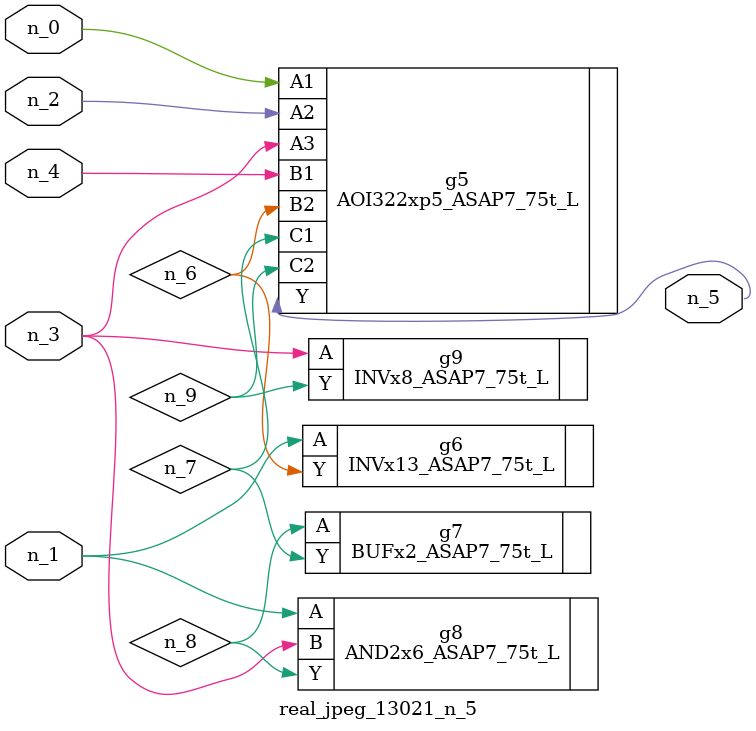
<source format=v>
module real_jpeg_13021_n_5 (n_4, n_0, n_1, n_2, n_3, n_5);

input n_4;
input n_0;
input n_1;
input n_2;
input n_3;

output n_5;

wire n_8;
wire n_6;
wire n_7;
wire n_9;

AOI322xp5_ASAP7_75t_L g5 ( 
.A1(n_0),
.A2(n_2),
.A3(n_3),
.B1(n_4),
.B2(n_6),
.C1(n_7),
.C2(n_9),
.Y(n_5)
);

INVx13_ASAP7_75t_L g6 ( 
.A(n_1),
.Y(n_6)
);

AND2x6_ASAP7_75t_L g8 ( 
.A(n_1),
.B(n_3),
.Y(n_8)
);

INVx8_ASAP7_75t_L g9 ( 
.A(n_3),
.Y(n_9)
);

BUFx2_ASAP7_75t_L g7 ( 
.A(n_8),
.Y(n_7)
);


endmodule
</source>
